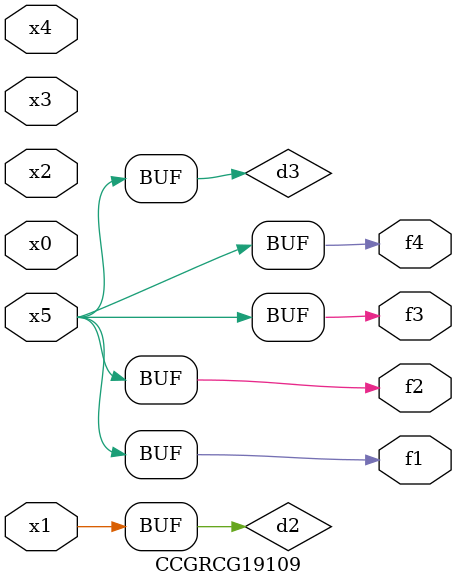
<source format=v>
module CCGRCG19109(
	input x0, x1, x2, x3, x4, x5,
	output f1, f2, f3, f4
);

	wire d1, d2, d3;

	not (d1, x5);
	or (d2, x1);
	xnor (d3, d1);
	assign f1 = d3;
	assign f2 = d3;
	assign f3 = d3;
	assign f4 = d3;
endmodule

</source>
